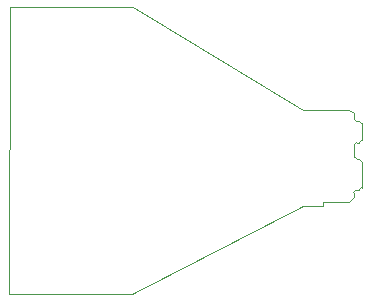
<source format=gm1>
G04 #@! TF.GenerationSoftware,KiCad,Pcbnew,7.0.2-0*
G04 #@! TF.CreationDate,2023-12-31T01:39:30-06:00*
G04 #@! TF.ProjectId,usb_programmer,7573625f-7072-46f6-9772-616d6d65722e,rev?*
G04 #@! TF.SameCoordinates,Original*
G04 #@! TF.FileFunction,Profile,NP*
%FSLAX46Y46*%
G04 Gerber Fmt 4.6, Leading zero omitted, Abs format (unit mm)*
G04 Created by KiCad (PCBNEW 7.0.2-0) date 2023-12-31 01:39:30*
%MOMM*%
%LPD*%
G01*
G04 APERTURE LIST*
G04 #@! TA.AperFunction,Profile*
%ADD10C,0.100000*%
G04 #@! TD*
G04 APERTURE END LIST*
D10*
X34560000Y-89130000D02*
X24150000Y-89130000D01*
X49025000Y-73495000D02*
X34570000Y-64830000D01*
X24160000Y-64830000D02*
X24150000Y-89130000D01*
X34560000Y-89130000D02*
X49012500Y-81695000D01*
X34570000Y-64830000D02*
X24160000Y-64830000D01*
X53965000Y-74670000D02*
G75*
G03*
X53765000Y-74470000I-200000J0D01*
G01*
X53315000Y-74270000D02*
G75*
G03*
X53515000Y-74470000I200000J0D01*
G01*
X53765000Y-76295000D02*
G75*
G03*
X53965000Y-76095000I0J200000D01*
G01*
X53565000Y-76295000D02*
G75*
G03*
X53365000Y-76495000I0J-200000D01*
G01*
X53965000Y-77895000D02*
G75*
G03*
X53765000Y-77695000I-200001J-1D01*
G01*
X53365000Y-77495000D02*
G75*
G03*
X53565000Y-77695000I200001J1D01*
G01*
X53765000Y-80320000D02*
G75*
G03*
X53965000Y-80120000I-1J200001D01*
G01*
X53515000Y-80320000D02*
G75*
G03*
X53315000Y-80520000I1J-200001D01*
G01*
X52865000Y-73495000D02*
X49025000Y-73495000D01*
X53315000Y-73820000D02*
X52865000Y-73495000D01*
X53315000Y-74270000D02*
X53315000Y-73820000D01*
X53765000Y-74470000D02*
X53515000Y-74470000D01*
X53965000Y-76095000D02*
X53965000Y-74670000D01*
X53765000Y-76295000D02*
X53565000Y-76295000D01*
X53365000Y-77495000D02*
X53365000Y-76495000D01*
X53565000Y-77695000D02*
X53765000Y-77695000D01*
X53965000Y-77895000D02*
X53965000Y-80120000D01*
X53765000Y-80320000D02*
X53515000Y-80320000D01*
X53315000Y-80520000D02*
X53315000Y-80925000D01*
X53315000Y-80925000D02*
X52865000Y-81295000D01*
X52865000Y-81295000D02*
X50715000Y-81295000D01*
X50715000Y-81695000D02*
X50715000Y-81295000D01*
X49012500Y-81695000D02*
X50715000Y-81695000D01*
M02*

</source>
